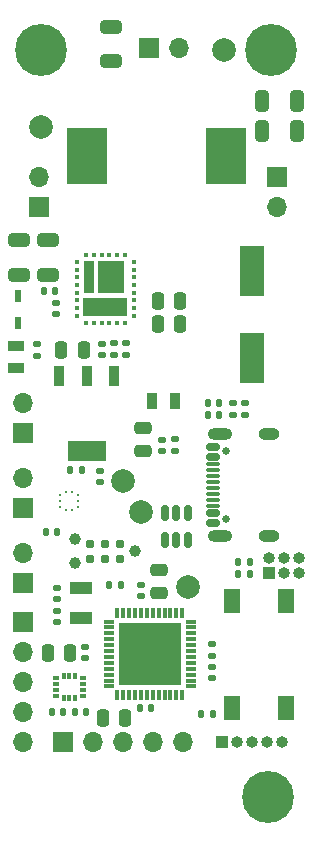
<source format=gbr>
%TF.GenerationSoftware,KiCad,Pcbnew,9.0.0*%
%TF.CreationDate,2025-11-20T17:42:06-05:00*%
%TF.ProjectId,pytheasFC_0.1.0,70797468-6561-4734-9643-5f302e312e30,0.1.0*%
%TF.SameCoordinates,PXbcd3d80PY660b0c0*%
%TF.FileFunction,Soldermask,Top*%
%TF.FilePolarity,Negative*%
%FSLAX46Y46*%
G04 Gerber Fmt 4.6, Leading zero omitted, Abs format (unit mm)*
G04 Created by KiCad (PCBNEW 9.0.0) date 2025-11-20 17:42:06*
%MOMM*%
%LPD*%
G01*
G04 APERTURE LIST*
G04 Aperture macros list*
%AMRoundRect*
0 Rectangle with rounded corners*
0 $1 Rounding radius*
0 $2 $3 $4 $5 $6 $7 $8 $9 X,Y pos of 4 corners*
0 Add a 4 corners polygon primitive as box body*
4,1,4,$2,$3,$4,$5,$6,$7,$8,$9,$2,$3,0*
0 Add four circle primitives for the rounded corners*
1,1,$1+$1,$2,$3*
1,1,$1+$1,$4,$5*
1,1,$1+$1,$6,$7*
1,1,$1+$1,$8,$9*
0 Add four rect primitives between the rounded corners*
20,1,$1+$1,$2,$3,$4,$5,0*
20,1,$1+$1,$4,$5,$6,$7,0*
20,1,$1+$1,$6,$7,$8,$9,0*
20,1,$1+$1,$8,$9,$2,$3,0*%
G04 Aperture macros list end*
%ADD10R,0.600000X0.300000*%
%ADD11R,0.300000X0.600000*%
%ADD12R,1.000000X1.000000*%
%ADD13O,1.000000X1.000000*%
%ADD14RoundRect,0.140000X0.140000X0.170000X-0.140000X0.170000X-0.140000X-0.170000X0.140000X-0.170000X0*%
%ADD15RoundRect,0.250000X-0.325000X-0.650000X0.325000X-0.650000X0.325000X0.650000X-0.325000X0.650000X0*%
%ADD16RoundRect,0.140000X-0.140000X-0.170000X0.140000X-0.170000X0.140000X0.170000X-0.140000X0.170000X0*%
%ADD17R,0.950000X1.750000*%
%ADD18R,3.200000X1.750000*%
%ADD19RoundRect,0.140000X-0.170000X0.140000X-0.170000X-0.140000X0.170000X-0.140000X0.170000X0.140000X0*%
%ADD20C,2.000000*%
%ADD21C,0.700000*%
%ADD22C,4.400000*%
%ADD23RoundRect,0.140000X0.170000X-0.140000X0.170000X0.140000X-0.170000X0.140000X-0.170000X-0.140000X0*%
%ADD24R,0.400000X0.300000*%
%ADD25R,0.300000X0.400000*%
%ADD26R,2.200000X2.830000*%
%ADD27R,0.900000X2.830000*%
%ADD28R,3.700000X1.600000*%
%ADD29R,1.400000X2.100000*%
%ADD30R,0.250000X0.275000*%
%ADD31R,0.275000X0.250000*%
%ADD32RoundRect,0.250000X0.250000X0.475000X-0.250000X0.475000X-0.250000X-0.475000X0.250000X-0.475000X0*%
%ADD33R,0.850000X0.300000*%
%ADD34R,0.300000X0.850000*%
%ADD35R,5.250000X5.250000*%
%ADD36R,1.400000X0.900000*%
%ADD37R,1.700000X1.700000*%
%ADD38O,1.700000X1.700000*%
%ADD39C,0.650000*%
%ADD40RoundRect,0.150000X0.425000X-0.150000X0.425000X0.150000X-0.425000X0.150000X-0.425000X-0.150000X0*%
%ADD41RoundRect,0.075000X0.500000X-0.075000X0.500000X0.075000X-0.500000X0.075000X-0.500000X-0.075000X0*%
%ADD42O,2.100000X1.000000*%
%ADD43O,1.800000X1.000000*%
%ADD44RoundRect,0.250000X-0.650000X0.325000X-0.650000X-0.325000X0.650000X-0.325000X0.650000X0.325000X0*%
%ADD45RoundRect,0.250000X-0.250000X-0.475000X0.250000X-0.475000X0.250000X0.475000X-0.250000X0.475000X0*%
%ADD46R,0.900000X1.400000*%
%ADD47R,2.100000X4.250000*%
%ADD48C,0.990600*%
%ADD49C,0.787400*%
%ADD50RoundRect,0.135000X0.185000X-0.135000X0.185000X0.135000X-0.185000X0.135000X-0.185000X-0.135000X0*%
%ADD51RoundRect,0.250000X0.475000X-0.250000X0.475000X0.250000X-0.475000X0.250000X-0.475000X-0.250000X0*%
%ADD52R,3.350000X4.750000*%
%ADD53RoundRect,0.150000X-0.150000X0.512500X-0.150000X-0.512500X0.150000X-0.512500X0.150000X0.512500X0*%
%ADD54R,1.900000X1.100000*%
%ADD55R,0.500000X1.125000*%
G04 APERTURE END LIST*
D10*
%TO.C,AC2*%
X4800000Y13800000D03*
X4800000Y13300000D03*
X4800000Y12800000D03*
X4800000Y12300000D03*
D11*
X5450000Y12150000D03*
X5950000Y12150000D03*
X6450000Y12150000D03*
D10*
X7100000Y12300000D03*
X7100000Y12800000D03*
X7100000Y13300000D03*
X7100000Y13800000D03*
D11*
X6450000Y13950000D03*
X5950000Y13950000D03*
X5450000Y13950000D03*
%TD*%
D12*
%TO.C,J4*%
X22860000Y22730000D03*
D13*
X22860000Y24000000D03*
X24130000Y22730000D03*
X24130000Y24000000D03*
X25400000Y22730000D03*
X25400000Y24000000D03*
%TD*%
D14*
%TO.C,R11*%
X4755000Y46550000D03*
X3795000Y46550000D03*
%TD*%
D15*
%TO.C,C17*%
X22253324Y62674359D03*
X25203324Y62674359D03*
%TD*%
D16*
%TO.C,C78*%
X6431249Y10906798D03*
X7391249Y10906798D03*
%TD*%
D17*
%TO.C,IC4*%
X9700000Y39350000D03*
X7400000Y39350000D03*
X5100000Y39350000D03*
D18*
X7400000Y33050000D03*
%TD*%
D14*
%TO.C,C77*%
X5391249Y10906798D03*
X4431249Y10906798D03*
%TD*%
D19*
%TO.C,R6*%
X18000000Y16660000D03*
X18000000Y15700000D03*
%TD*%
D20*
%TO.C,FID2*%
X3500000Y60500000D03*
%TD*%
D21*
%TO.C,H1*%
X21100000Y3750000D03*
X21583274Y4916726D03*
X21583274Y2583274D03*
X22750000Y5400000D03*
D22*
X22750000Y3750000D03*
D21*
X22750000Y2100000D03*
X23916726Y4916726D03*
X23916726Y2583274D03*
X24400000Y3750000D03*
%TD*%
D20*
%TO.C,FID1*%
X19000000Y67000000D03*
%TD*%
D23*
%TO.C,R4*%
X19800000Y36120000D03*
X19800000Y37080000D03*
%TD*%
D24*
%TO.C,IC3*%
X11400000Y44500000D03*
X11400000Y45150000D03*
X11400000Y45800000D03*
X11400000Y46450000D03*
X11400000Y47100000D03*
X11400000Y47750000D03*
X11400000Y48400000D03*
X11400000Y49050000D03*
D25*
X10625000Y49675000D03*
X9975000Y49675000D03*
X9325000Y49675000D03*
X8675000Y49675000D03*
X8025000Y49675000D03*
X7375000Y49675000D03*
D24*
X6600000Y49050000D03*
X6600000Y48400000D03*
X6600000Y47750000D03*
X6600000Y47100000D03*
X6600000Y46450000D03*
X6600000Y45800000D03*
X6600000Y45150000D03*
X6600000Y44500000D03*
D25*
X7375000Y43875000D03*
X8025000Y43875000D03*
X8675000Y43875000D03*
X9325000Y43875000D03*
X9975000Y43875000D03*
X10625000Y43875000D03*
D26*
X9500000Y47790000D03*
D27*
X7600000Y47790000D03*
D28*
X9000000Y45225000D03*
%TD*%
D29*
%TO.C,RESET*%
X24250000Y20350000D03*
X19750000Y20350000D03*
X24250000Y11250000D03*
X19750000Y11250000D03*
%TD*%
D30*
%TO.C,IC1*%
X6188000Y29563000D03*
X5688000Y29563000D03*
D31*
X5176000Y29300000D03*
X5176000Y28800000D03*
X5176000Y28300000D03*
D30*
X5688000Y28037000D03*
X6188000Y28037000D03*
D31*
X6700000Y28300000D03*
X6700000Y28800000D03*
X6700000Y29300000D03*
%TD*%
D14*
%TO.C,C7*%
X21200000Y22600000D03*
X20240000Y22600000D03*
%TD*%
D21*
%TO.C,H2*%
X21350000Y67000000D03*
X21833274Y68166726D03*
X21833274Y65833274D03*
X23000000Y68650000D03*
D22*
X23000000Y67000000D03*
D21*
X23000000Y65350000D03*
X24166726Y68166726D03*
X24166726Y65833274D03*
X24650000Y67000000D03*
%TD*%
D32*
%TO.C,C2*%
X6000000Y15900000D03*
X4100000Y15900000D03*
%TD*%
D14*
%TO.C,R2*%
X18080000Y10800000D03*
X17120000Y10800000D03*
%TD*%
D33*
%TO.C,IC2*%
X9300000Y18600000D03*
X9300000Y18100000D03*
X9300000Y17600000D03*
X9300000Y17100000D03*
X9300000Y16600000D03*
X9300000Y16100000D03*
X9300000Y15600000D03*
X9300000Y15100000D03*
X9300000Y14600000D03*
X9300000Y14100000D03*
X9300000Y13600000D03*
X9300000Y13100000D03*
D34*
X10000000Y12400000D03*
X10500000Y12400000D03*
X11000000Y12400000D03*
X11500000Y12400000D03*
X12000000Y12400000D03*
X12500000Y12400000D03*
X13000000Y12400000D03*
X13500000Y12400000D03*
X14000000Y12400000D03*
X14500000Y12400000D03*
X15000000Y12400000D03*
X15500000Y12400000D03*
D33*
X16200000Y13100000D03*
X16200000Y13600000D03*
X16200000Y14100000D03*
X16200000Y14600000D03*
X16200000Y15100000D03*
X16200000Y15600000D03*
X16200000Y16100000D03*
X16200000Y16600000D03*
X16200000Y17100000D03*
X16200000Y17600000D03*
X16200000Y18100000D03*
X16200000Y18600000D03*
D34*
X15500000Y19300000D03*
X15000000Y19300000D03*
X14500000Y19300000D03*
X14000000Y19300000D03*
X13500000Y19300000D03*
X13000000Y19300000D03*
X12500000Y19300000D03*
X12000000Y19300000D03*
X11500000Y19300000D03*
X11000000Y19300000D03*
X10500000Y19300000D03*
X10000000Y19300000D03*
D35*
X12750000Y15850000D03*
%TD*%
D36*
%TO.C,MCU_LED*%
X1400000Y40050000D03*
X1400000Y41950000D03*
%TD*%
D37*
%TO.C,J14*%
X23500000Y56275000D03*
D38*
X23500000Y53735000D03*
%TD*%
D39*
%TO.C,USB*%
X19185000Y27260000D03*
X19185000Y33040000D03*
D40*
X18110000Y26950000D03*
X18110000Y27750000D03*
D41*
X18110000Y28900000D03*
X18110000Y29900000D03*
X18110000Y30400000D03*
X18110000Y31400000D03*
D40*
X18110000Y32550000D03*
X18110000Y33350000D03*
X18110000Y33350000D03*
X18110000Y32550000D03*
D41*
X18110000Y31900000D03*
X18110000Y30900000D03*
X18110000Y29400000D03*
X18110000Y28400000D03*
D40*
X18110000Y27750000D03*
X18110000Y26950000D03*
D42*
X18685000Y25830000D03*
D43*
X22865000Y25830000D03*
D42*
X18685000Y34470000D03*
D43*
X22865000Y34470000D03*
%TD*%
D44*
%TO.C,C20*%
X4100000Y50925000D03*
X4100000Y47975000D03*
%TD*%
D37*
%TO.C,J10*%
X2000000Y21860000D03*
D38*
X2000000Y24400000D03*
%TD*%
D45*
%TO.C,C15*%
X13450000Y43750000D03*
X15350000Y43750000D03*
%TD*%
D19*
%TO.C,C1*%
X7300000Y16480000D03*
X7300000Y15520000D03*
%TD*%
D14*
%TO.C,R8*%
X18650000Y37075000D03*
X17690000Y37075000D03*
%TD*%
D37*
%TO.C,J15*%
X3375000Y53725000D03*
D38*
X3375000Y56265000D03*
%TD*%
D14*
%TO.C,C12*%
X6980000Y31400000D03*
X6020000Y31400000D03*
%TD*%
D23*
%TO.C,C3*%
X12000000Y20770000D03*
X12000000Y21730000D03*
%TD*%
D44*
%TO.C,C23*%
X9500000Y68975000D03*
X9500000Y66025000D03*
%TD*%
D20*
%TO.C,VDDCORE*%
X16000000Y21500000D03*
%TD*%
D14*
%TO.C,C10*%
X18650000Y36075000D03*
X17690000Y36075000D03*
%TD*%
D45*
%TO.C,C22*%
X5250000Y41600000D03*
X7150000Y41600000D03*
%TD*%
D23*
%TO.C,R7*%
X18000000Y13820000D03*
X18000000Y14780000D03*
%TD*%
D46*
%TO.C,PWR_LED*%
X12950000Y37300000D03*
X14850000Y37300000D03*
%TD*%
D19*
%TO.C,C16*%
X4775000Y45600000D03*
X4775000Y44640000D03*
%TD*%
D37*
%TO.C,J13*%
X12725000Y67125000D03*
D38*
X15265000Y67125000D03*
%TD*%
D37*
%TO.C,J9*%
X2000000Y34525000D03*
D38*
X2000000Y37065000D03*
%TD*%
D47*
%TO.C,C24*%
X21400000Y48250000D03*
X21400000Y40950000D03*
%TD*%
D37*
%TO.C,J8*%
X2000000Y28200000D03*
D38*
X2000000Y30740000D03*
%TD*%
D48*
%TO.C,SWD*%
X11470000Y24565000D03*
X6390000Y23549000D03*
X6390000Y25581000D03*
D49*
X10200000Y25200000D03*
X10200000Y23930000D03*
X8930000Y25200000D03*
X8930000Y23930000D03*
X7660000Y25200000D03*
X7660000Y23930000D03*
%TD*%
D23*
%TO.C,C9*%
X4900000Y18520000D03*
X4900000Y19480000D03*
%TD*%
D12*
%TO.C,J7*%
X18860000Y8400000D03*
D13*
X20130000Y8400000D03*
X21400000Y8400000D03*
X22670000Y8400000D03*
X23940000Y8400000D03*
%TD*%
D50*
%TO.C,R37*%
X14850000Y33005000D03*
X14850000Y34025000D03*
%TD*%
D14*
%TO.C,R3*%
X10280000Y21700000D03*
X9320000Y21700000D03*
%TD*%
D19*
%TO.C,C11*%
X8500000Y31380000D03*
X8500000Y30420000D03*
%TD*%
D21*
%TO.C,H3*%
X1850000Y67000000D03*
X2333274Y68166726D03*
X2333274Y65833274D03*
X3500000Y68650000D03*
D22*
X3500000Y67000000D03*
D21*
X3500000Y65350000D03*
X4666726Y68166726D03*
X4666726Y65833274D03*
X5150000Y67000000D03*
%TD*%
D23*
%TO.C,C18*%
X10725000Y41190000D03*
X10725000Y42150000D03*
%TD*%
D51*
%TO.C,C4*%
X13500000Y21050000D03*
X13500000Y22950000D03*
%TD*%
D19*
%TO.C,R13*%
X13800000Y34000000D03*
X13800000Y33040000D03*
%TD*%
%TO.C,R12*%
X8725000Y42130000D03*
X8725000Y41170000D03*
%TD*%
D16*
%TO.C,R1*%
X20240000Y23600000D03*
X21200000Y23600000D03*
%TD*%
D52*
%TO.C,L1*%
X7400000Y58000000D03*
X19200000Y58000000D03*
%TD*%
D53*
%TO.C,U2*%
X15950000Y27800000D03*
X15000000Y27800000D03*
X14050000Y27800000D03*
X14050000Y25525000D03*
X15000000Y25525000D03*
X15950000Y25525000D03*
%TD*%
D23*
%TO.C,C8*%
X4900000Y20520000D03*
X4900000Y21480000D03*
%TD*%
D44*
%TO.C,C19*%
X1700000Y50925000D03*
X1700000Y47975000D03*
%TD*%
D23*
%TO.C,R5*%
X20800000Y36120000D03*
X20800000Y37080000D03*
%TD*%
D45*
%TO.C,C14*%
X13450000Y45750000D03*
X15350000Y45750000D03*
%TD*%
D54*
%TO.C,Y1*%
X6900000Y18900000D03*
X6900000Y21400000D03*
%TD*%
D23*
%TO.C,R10*%
X9725000Y41190000D03*
X9725000Y42150000D03*
%TD*%
D16*
%TO.C,C5*%
X11920000Y11250000D03*
X12880000Y11250000D03*
%TD*%
D55*
%TO.C,D1*%
X1600000Y46162000D03*
X1600000Y43838000D03*
%TD*%
D32*
%TO.C,C6*%
X10650000Y10400000D03*
X8750000Y10400000D03*
%TD*%
D14*
%TO.C,R9*%
X4900000Y26200000D03*
X3940000Y26200000D03*
%TD*%
D50*
%TO.C,R36*%
X3200000Y41090000D03*
X3200000Y42110000D03*
%TD*%
D20*
%TO.C,SDO*%
X10500000Y30500000D03*
%TD*%
D51*
%TO.C,C21*%
X12200000Y33050000D03*
X12200000Y34950000D03*
%TD*%
D20*
%TO.C,FID3*%
X12000000Y27900000D03*
%TD*%
D15*
%TO.C,C13*%
X22253324Y60174359D03*
X25203324Y60174359D03*
%TD*%
D37*
%TO.C,J6*%
X5380000Y8400000D03*
D38*
X7920000Y8400000D03*
X10460000Y8400000D03*
X13000000Y8400000D03*
X15540000Y8400000D03*
%TD*%
D37*
%TO.C,J5*%
X2000000Y18540000D03*
D38*
X2000000Y16000000D03*
X2000000Y13460000D03*
X2000000Y10920000D03*
X2000000Y8380000D03*
%TD*%
M02*

</source>
